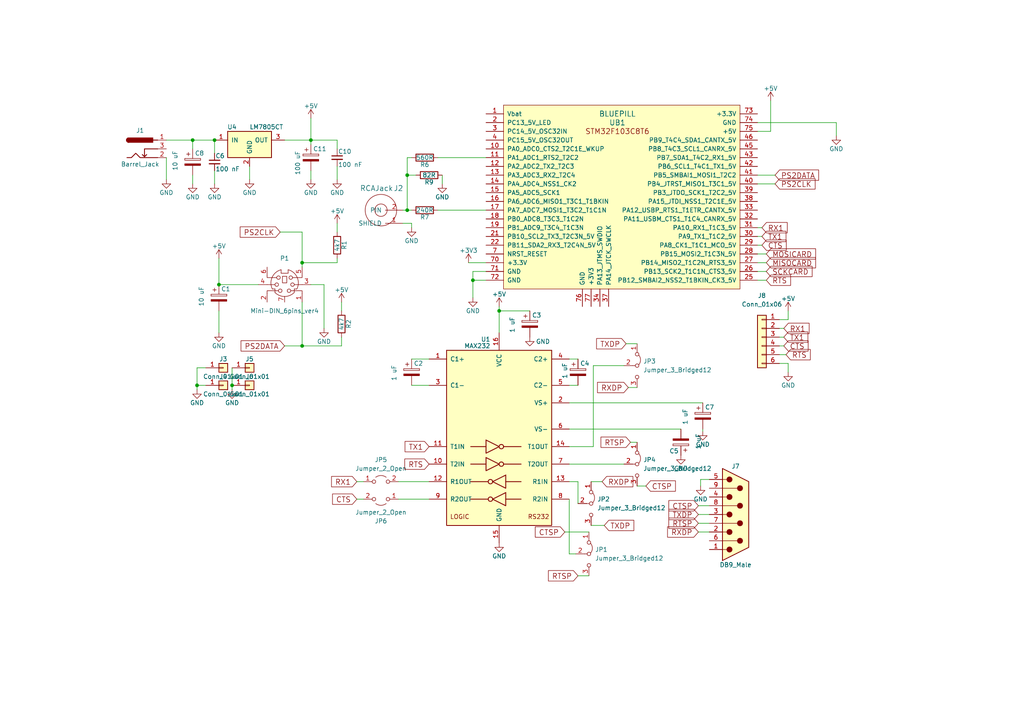
<source format=kicad_sch>
(kicad_sch (version 20211123) (generator eeschema)
  (paper "A4")
  (lib_symbols
    (symbol "AMS1117-3V3:LM7805CT" (pin_names (offset 1.016))
      (property "Reference" "U" (at -5.08 5.08 0))
      (property "Value" "LM7805CT" (at 0 5.08 0))
      (property "Footprint" "TO-220" (at 0 2.54 0))
      (property "Datasheet" "http://www.fairchildsemi.com/ds/LM/LM7805.pdf" (at 0 0 0))
      (symbol "LM7805CT_0_1"
        (rectangle (start -6.35 3.81) (end 6.35 -3.81) (stroke (width 0.254)) (fill (type background)))
      )
      (symbol "LM7805CT_1_1"
        (pin input line (at -10.16 1.27 0) (length 3.81) (name "IN") (number "1"))
        (pin power_in line (at 0 -6.35 90) (length 2.54) (name "GND") (number "2"))
        (pin power_out line (at 10.16 1.27 180) (length 3.81) (name "OUT") (number "3"))
      )
    )
    (symbol "Connector_Generic:Conn_01x06" (pin_names (offset 1.016) hide)
      (property "Reference" "J" (at 0 7.62 0))
      (property "Value" "Conn_01x06" (at 0 -10.16 0))
      (symbol "Conn_01x06_1_1"
        (rectangle (start -1.27 -7.493) (end 0 -7.747) (stroke (width 0.1524)))
        (rectangle (start -1.27 -4.953) (end 0 -5.207) (stroke (width 0.1524)))
        (rectangle (start -1.27 -2.413) (end 0 -2.667) (stroke (width 0.1524)))
        (rectangle (start -1.27 0.127) (end 0 -0.127) (stroke (width 0.1524)))
        (rectangle (start -1.27 2.667) (end 0 2.413) (stroke (width 0.1524)))
        (rectangle (start -1.27 5.207) (end 0 4.953) (stroke (width 0.1524)))
        (rectangle (start -1.27 6.35) (end 1.27 -8.89) (stroke (width 0.254)) (fill (type background)))
        (pin passive line (at -5.08 5.08 0) (length 3.81) (name "Pin_1") (number "1"))
        (pin passive line (at -5.08 2.54 0) (length 3.81) (name "Pin_2") (number "2"))
        (pin passive line (at -5.08 0 0) (length 3.81) (name "Pin_3") (number "3"))
        (pin passive line (at -5.08 -2.54 0) (length 3.81) (name "Pin_4") (number "4"))
        (pin passive line (at -5.08 -5.08 0) (length 3.81) (name "Pin_5") (number "5"))
        (pin passive line (at -5.08 -7.62 0) (length 3.81) (name "Pin_6") (number "6"))
      )
    )
    (symbol "Jumper:Jumper_2_Open" (pin_names (offset 0) hide)
      (property "Reference" "JP" (at 0 2.794 0))
      (property "Value" "Jumper_2_Open" (at 0 -2.286 0))
      (symbol "Jumper_2_Open_0_0"
        (circle (center -2.032 0) (radius 0.508))
        (circle (center 2.032 0) (radius 0.508))
      )
      (symbol "Jumper_2_Open_0_1"
        (arc (start 1.524 1.27) (mid 0 1.778) (end -1.524 1.27))
      )
      (symbol "Jumper_2_Open_1_1"
        (pin passive line (at -5.08 0 0) (length 2.54) (name "A") (number "1"))
        (pin passive line (at 5.08 0 180) (length 2.54) (name "B") (number "2"))
      )
    )
    (symbol "Jumper:Jumper_3_Bridged12" (pin_names (offset 0) hide)
      (property "Reference" "JP" (at -2.54 -2.54 0))
      (property "Value" "Jumper_3_Bridged12" (at 0 2.794 0))
      (symbol "Jumper_3_Bridged12_0_0"
        (circle (center -3.302 0) (radius 0.508))
        (circle (center 0 0) (radius 0.508))
        (circle (center 3.302 0) (radius 0.508))
      )
      (symbol "Jumper_3_Bridged12_0_1"
        (arc (start -0.254 0.508) (mid -1.651 0.9912) (end -3.048 0.508))
        (polyline (pts (xy 0 -1.27) (xy 0 -0.508)))
      )
      (symbol "Jumper_3_Bridged12_1_1"
        (pin passive line (at -6.35 0 0) (length 2.54) (name "A") (number "1"))
        (pin passive line (at 0 -3.81 90) (length 2.54) (name "C") (number "2"))
        (pin passive line (at 6.35 0 180) (length 2.54) (name "B") (number "3"))
      )
    )
    (symbol "OneChipTerminal-rescue:+3.3V" (power) (pin_names (offset 0))
      (property "Value" "+3.3V" (at 0 3.556 0))
      (symbol "+3.3V_0_1"
        (polyline (pts (xy -0.762 1.27) (xy 0 2.54)))
        (polyline (pts (xy 0 0) (xy 0 2.54)))
        (polyline (pts (xy 0 2.54) (xy 0.762 1.27)))
      )
      (symbol "+3.3V_1_1"
        (pin power_in line (at 0 0 90) (length 0) hide (name "+3V3") (number "1"))
      )
    )
    (symbol "OneChipTerminal-rescue:+5V" (power) (pin_names (offset 0))
      (property "Value" "+5V" (at 0 3.556 0))
      (symbol "+5V_0_1"
        (polyline (pts (xy -0.762 1.27) (xy 0 2.54)))
        (polyline (pts (xy 0 0) (xy 0 2.54)))
        (polyline (pts (xy 0 2.54) (xy 0.762 1.27)))
      )
      (symbol "+5V_1_1"
        (pin power_in line (at 0 0 90) (length 0) hide (name "+5V") (number "1"))
      )
    )
    (symbol "OneChipTerminal-rescue:Barrel_Jack" (pin_names (offset 1.016))
      (property "Reference" "J" (at 0 5.334 0))
      (property "Value" "Barrel_Jack" (at 0 -4.445 0))
      (symbol "Barrel_Jack_0_1"
        (arc (start -3.302 3.175) (mid -3.937 2.54) (end -3.302 1.905) (stroke (width 0.254)))
        (arc (start -3.302 3.175) (mid -3.937 2.54) (end -3.302 1.905) (stroke (width 0.254)) (fill (type outline)))
        (polyline (pts (xy 1.27 -2.286) (xy 1.905 -1.651)) (stroke (width 0.254)))
        (polyline (pts (xy 5.08 2.54) (xy 3.81 2.54)) (stroke (width 0.254)))
        (polyline (pts (xy 5.08 0) (xy 1.27 0) (xy 1.27 -2.286) (xy 0.635 -1.651)) (stroke (width 0.254)))
        (polyline (pts (xy -3.81 -2.54) (xy -2.54 -2.54) (xy -1.27 -1.27) (xy 0 -2.54) (xy 2.54 -2.54) (xy 5.08 -2.54)) (stroke (width 0.254)))
        (rectangle (start 3.683 3.175) (end -3.302 1.905) (stroke (width 0.254)) (fill (type outline)))
      )
      (symbol "Barrel_Jack_1_1"
        (pin passive line (at 7.62 2.54 180) (length 2.54) (name "~") (number "1"))
        (pin passive line (at 7.62 -2.54 180) (length 2.54) (name "~") (number "2"))
        (pin passive line (at 7.62 0 180) (length 2.54) (name "~") (number "3"))
      )
    )
    (symbol "OneChipTerminal-rescue:CP" (pin_numbers hide) (pin_names (offset 0.254))
      (property "Reference" "C" (at 0.635 2.54 0))
      (property "Value" "CP" (at 0.635 -2.54 0))
      (symbol "CP_0_1"
        (rectangle (start -2.286 0.508) (end -2.286 1.016))
        (rectangle (start -2.286 0.508) (end 2.286 0.508))
        (polyline (pts (xy -1.778 2.286) (xy -0.762 2.286)))
        (polyline (pts (xy -1.27 2.794) (xy -1.27 1.778)))
        (rectangle (start 2.286 -0.508) (end -2.286 -1.016) (fill (type outline)))
        (rectangle (start 2.286 1.016) (end -2.286 1.016))
        (rectangle (start 2.286 1.016) (end 2.286 0.508))
      )
      (symbol "CP_1_1"
        (pin passive line (at 0 3.81 270) (length 2.794) (name "~") (number "1"))
        (pin passive line (at 0 -3.81 90) (length 2.794) (name "~") (number "2"))
      )
    )
    (symbol "OneChipTerminal-rescue:C_Small" (pin_numbers hide) (pin_names (offset 0.254) hide)
      (property "Reference" "C" (at 0.254 1.778 0))
      (property "Value" "C_Small" (at 0.254 -2.032 0))
      (symbol "C_Small_0_1"
        (polyline (pts (xy -1.524 -0.508) (xy 1.524 -0.508)) (stroke (width 0.3302)))
        (polyline (pts (xy -1.524 0.508) (xy 1.524 0.508)) (stroke (width 0.3048)))
      )
      (symbol "C_Small_1_1"
        (pin passive line (at 0 2.54 270) (length 2.032) (name "~") (number "1"))
        (pin passive line (at 0 -2.54 90) (length 2.032) (name "~") (number "2"))
      )
    )
    (symbol "OneChipTerminal-rescue:Conn_01x01" (pin_names (offset 1.016) hide)
      (property "Reference" "J" (at 0 2.54 0))
      (property "Value" "Conn_01x01" (at 0 -2.54 0))
      (symbol "Conn_01x01_1_1"
        (rectangle (start -1.27 0.127) (end 0 -0.127) (stroke (width 0.1524)))
        (rectangle (start -1.27 1.27) (end 1.27 -1.27) (stroke (width 0.254)) (fill (type background)))
        (pin passive line (at -5.08 0 0) (length 3.81) (name "Pin_1") (number "1"))
      )
    )
    (symbol "OneChipTerminal-rescue:DB9_Male" (pin_names (offset 1.016) hide)
      (property "Reference" "J" (at 0 13.97 0))
      (property "Value" "DB9_Male" (at 0 -14.605 0))
      (symbol "DB9_Male_0_1"
        (circle (center -1.778 -10.16) (radius 0.762) (fill (type outline)))
        (circle (center -1.778 -5.08) (radius 0.762) (fill (type outline)))
        (circle (center -1.778 0) (radius 0.762) (fill (type outline)))
        (circle (center -1.778 5.08) (radius 0.762) (fill (type outline)))
        (circle (center -1.778 10.16) (radius 0.762) (fill (type outline)))
        (polyline (pts (xy -3.81 -10.16) (xy -2.54 -10.16)))
        (polyline (pts (xy -3.81 -7.62) (xy 0.508 -7.62)))
        (polyline (pts (xy -3.81 -5.08) (xy -2.54 -5.08)))
        (polyline (pts (xy -3.81 -2.54) (xy 0.508 -2.54)))
        (polyline (pts (xy -3.81 0) (xy -2.54 0)))
        (polyline (pts (xy -3.81 2.54) (xy 0.508 2.54)))
        (polyline (pts (xy -3.81 5.08) (xy -2.54 5.08)))
        (polyline (pts (xy -3.81 7.62) (xy 0.508 7.62)))
        (polyline (pts (xy -3.81 10.16) (xy -2.54 10.16)))
        (polyline (pts (xy -3.81 -13.335) (xy -3.81 13.335) (xy 3.81 9.525) (xy 3.81 -9.525) (xy -3.81 -13.335)) (stroke (width 0.254)) (fill (type background)))
        (circle (center 1.27 -7.62) (radius 0.762) (fill (type outline)))
        (circle (center 1.27 -2.54) (radius 0.762) (fill (type outline)))
        (circle (center 1.27 2.54) (radius 0.762) (fill (type outline)))
        (circle (center 1.27 7.62) (radius 0.762) (fill (type outline)))
      )
      (symbol "DB9_Male_1_1"
        (pin passive line (at -7.62 -10.16 0) (length 3.81) (name "1") (number "1"))
        (pin passive line (at -7.62 -5.08 0) (length 3.81) (name "2") (number "2"))
        (pin passive line (at -7.62 0 0) (length 3.81) (name "3") (number "3"))
        (pin passive line (at -7.62 5.08 0) (length 3.81) (name "4") (number "4"))
        (pin passive line (at -7.62 10.16 0) (length 3.81) (name "5") (number "5"))
        (pin passive line (at -7.62 -7.62 0) (length 3.81) (name "6") (number "6"))
        (pin passive line (at -7.62 -2.54 0) (length 3.81) (name "7") (number "7"))
        (pin passive line (at -7.62 2.54 0) (length 3.81) (name "8") (number "8"))
        (pin passive line (at -7.62 7.62 0) (length 3.81) (name "9") (number "9"))
      )
    )
    (symbol "OneChipTerminal-rescue:GND" (power) (pin_names (offset 0))
      (property "Value" "GND" (at 0 -3.81 0))
      (symbol "GND_0_1"
        (polyline (pts (xy 0 0) (xy 0 -1.27) (xy 1.27 -1.27) (xy 0 -2.54) (xy -1.27 -1.27) (xy 0 -1.27)))
      )
      (symbol "GND_1_1"
        (pin power_in line (at 0 0 270) (length 0) hide (name "GND") (number "1"))
      )
    )
    (symbol "OneChipTerminal-rescue:MAX232" (pin_names (offset 1.016))
      (property "Reference" "U" (at -2.54 28.575 0))
      (property "Value" "MAX232" (at -2.54 26.67 0))
      (symbol "MAX232_0_0"
        (text "LOGIC" (at -11.43 -22.86 0) (effects (font (size 1.27 1.27))))
        (text "RS232" (at 11.43 -22.86 0) (effects (font (size 1.27 1.27))))
      )
      (symbol "MAX232_0_1"
        (rectangle (start -15.24 -25.4) (end 15.24 25.4) (stroke (width 0.254)) (fill (type background)))
        (circle (center -2.54 -17.78) (radius 0.635) (stroke (width 0.254)))
        (circle (center -2.54 -12.7) (radius 0.635) (stroke (width 0.254)))
        (polyline (pts (xy -3.81 -7.62) (xy -8.255 -7.62)) (stroke (width 0.254)))
        (polyline (pts (xy -3.81 -2.54) (xy -8.255 -2.54)) (stroke (width 0.254)))
        (polyline (pts (xy -3.175 -17.78) (xy -8.255 -17.78)) (stroke (width 0.254)))
        (polyline (pts (xy -3.175 -12.7) (xy -8.255 -12.7)) (stroke (width 0.254)))
        (polyline (pts (xy 1.27 -7.62) (xy 6.35 -7.62)) (stroke (width 0.254)))
        (polyline (pts (xy 1.27 -2.54) (xy 6.35 -2.54)) (stroke (width 0.254)))
        (polyline (pts (xy 1.905 -17.78) (xy 6.35 -17.78)) (stroke (width 0.254)))
        (polyline (pts (xy 1.905 -12.7) (xy 6.35 -12.7)) (stroke (width 0.254)))
        (polyline (pts (xy -3.81 -5.715) (xy -3.81 -9.525) (xy 0 -7.62) (xy -3.81 -5.715)) (stroke (width 0.254)))
        (polyline (pts (xy -3.81 -0.635) (xy -3.81 -4.445) (xy 0 -2.54) (xy -3.81 -0.635)) (stroke (width 0.254)))
        (polyline (pts (xy 1.905 -15.875) (xy 1.905 -19.685) (xy -1.905 -17.78) (xy 1.905 -15.875)) (stroke (width 0.254)))
        (polyline (pts (xy 1.905 -10.795) (xy 1.905 -14.605) (xy -1.905 -12.7) (xy 1.905 -10.795)) (stroke (width 0.254)))
        (circle (center 0.635 -7.62) (radius 0.635) (stroke (width 0.254)))
        (circle (center 0.635 -2.54) (radius 0.635) (stroke (width 0.254)))
      )
      (symbol "MAX232_1_1"
        (pin passive line (at -20.32 22.86 0) (length 5.08) (name "C1+") (number "1"))
        (pin input line (at -20.32 -7.62 0) (length 5.08) (name "T2IN") (number "10"))
        (pin input line (at -20.32 -2.54 0) (length 5.08) (name "T1IN") (number "11"))
        (pin output line (at -20.32 -12.7 0) (length 5.08) (name "R1OUT") (number "12"))
        (pin input line (at 20.32 -12.7 180) (length 5.08) (name "R1IN") (number "13"))
        (pin output line (at 20.32 -2.54 180) (length 5.08) (name "T1OUT") (number "14"))
        (pin power_in line (at 0 -30.48 90) (length 5.08) (name "GND") (number "15"))
        (pin power_in line (at 0 30.48 270) (length 5.08) (name "VCC") (number "16"))
        (pin power_out line (at 20.32 10.16 180) (length 5.08) (name "VS+") (number "2"))
        (pin passive line (at -20.32 15.24 0) (length 5.08) (name "C1-") (number "3"))
        (pin passive line (at 20.32 22.86 180) (length 5.08) (name "C2+") (number "4"))
        (pin passive line (at 20.32 15.24 180) (length 5.08) (name "C2-") (number "5"))
        (pin power_out line (at 20.32 2.54 180) (length 5.08) (name "VS-") (number "6"))
        (pin output line (at 20.32 -7.62 180) (length 5.08) (name "T2OUT") (number "7"))
        (pin input line (at 20.32 -17.78 180) (length 5.08) (name "R2IN") (number "8"))
        (pin output line (at -20.32 -17.78 0) (length 5.08) (name "R2OUT") (number "9"))
      )
    )
    (symbol "OneChipTerminal-rescue:R" (pin_numbers hide) (pin_names (offset 0))
      (property "Reference" "R" (at 2.032 0 90))
      (property "Value" "R" (at 0 0 90))
      (symbol "R_0_1"
        (rectangle (start -1.016 -2.54) (end 1.016 2.54) (stroke (width 0.254)))
      )
      (symbol "R_1_1"
        (pin passive line (at 0 3.81 270) (length 1.27) (name "~") (number "1"))
        (pin passive line (at 0 -3.81 90) (length 1.27) (name "~") (number "2"))
      )
    )
    (symbol "bluepill:BLUEPILL" (pin_names (offset 1.016))
      (property "Reference" "UB" (at 3.81 15.24 0))
      (property "Value" "BLUEPILL" (at 3.81 17.78 0))
      (symbol "BLUEPILL_0_0"
        (text "STM32F103C8T6" (at 3.81 12.7 0) (effects (font (size 1.524 1.524))))
      )
      (symbol "BLUEPILL_0_1"
        (rectangle (start -29.21 20.32) (end 39.37 -33.02) (fill (type background)))
      )
      (symbol "BLUEPILL_1_1"
        (pin input line (at -34.29 17.78 0) (length 5.08) (name "Vbat") (number "1"))
        (pin input line (at -34.29 7.62 0) (length 5.08) (name "PA0_ADC0_CTS2_T2C1E_WKUP") (number "10"))
        (pin input line (at -34.29 5.08 0) (length 5.08) (name "PA1_ADC1_RTS2_T2C2") (number "11"))
        (pin input line (at -34.29 2.54 0) (length 5.08) (name "PA2_ADC2_TX2_T2C3") (number "12"))
        (pin input line (at -34.29 0 0) (length 5.08) (name "PA3_ADC3_RX2_T2C4") (number "13"))
        (pin input line (at -34.29 -2.54 0) (length 5.08) (name "PA4_ADC4_NSS1_CK2") (number "14"))
        (pin input line (at -34.29 -5.08 0) (length 5.08) (name "PA5_ADC5_SCK1") (number "15"))
        (pin input line (at -34.29 -7.62 0) (length 5.08) (name "PA6_ADC6_MISO1_T3C1_T1BKIN") (number "16"))
        (pin input line (at -34.29 -10.16 0) (length 5.08) (name "PA7_ADC7_MOSI1_T3C2_T1C1N") (number "17"))
        (pin input line (at -34.29 -12.7 0) (length 5.08) (name "PB0_ADC8_T3C3_T1C2N") (number "18"))
        (pin input line (at -34.29 -15.24 0) (length 5.08) (name "PB1_ADC9_T3C4_T1C3N") (number "19"))
        (pin input line (at -34.29 15.24 0) (length 5.08) (name "PC13_5V_LED") (number "2"))
        (pin input line (at -34.29 -17.78 0) (length 5.08) (name "PB10_SCL2_TX3_T2C3N_5V") (number "21"))
        (pin input line (at -34.29 -20.32 0) (length 5.08) (name "PB11_SDA2_RX3_T2C4N_5V") (number "22"))
        (pin input line (at 44.45 -30.48 180) (length 5.08) (name "PB12_SMBAI2_NSS2_T1BKIN_CK3_5V") (number "25"))
        (pin input line (at 44.45 -27.94 180) (length 5.08) (name "PB13_SCK2_T1C1N_CTS3_5V") (number "26"))
        (pin input line (at 44.45 -25.4 180) (length 5.08) (name "PB14_MISO2_T1C2N_RTS3_5V") (number "27"))
        (pin input line (at 44.45 -22.86 180) (length 5.08) (name "PB15_MOSI2_T1C3N_5V") (number "28"))
        (pin input line (at 44.45 -20.32 180) (length 5.08) (name "PA8_CK1_T1C1_MCO_5V") (number "29"))
        (pin input line (at -34.29 12.7 0) (length 5.08) (name "PC14_5V_OSC32IN") (number "3"))
        (pin input line (at 44.45 -17.78 180) (length 5.08) (name "PA9_TX1_T1C2_5V") (number "30"))
        (pin input line (at 44.45 -15.24 180) (length 5.08) (name "PA10_RX1_T1C3_5V") (number "31"))
        (pin input line (at 44.45 -12.7 180) (length 5.08) (name "PA11_USBM_CTS1_T1C4_CANRX_5V") (number "32"))
        (pin input line (at 44.45 -10.16 180) (length 5.08) (name "PA12_USBP_RTS1_T1ETR_CANTX_5V") (number "33"))
        (pin input line (at -1.27 -38.1 90) (length 5.08) (name "PA13_JTMS_SWDIO") (number "34"))
        (pin input line (at 1.27 -38.1 90) (length 5.08) (name "PA14_JTCK_SWCLK") (number "37"))
        (pin input line (at 44.45 -7.62 180) (length 5.08) (name "PA15_JTDI_NSS1_T2C1E_5V") (number "38"))
        (pin input line (at 44.45 -5.08 180) (length 5.08) (name "PB3_JTDO_SCK1_T2C2_5V") (number "39"))
        (pin input line (at -34.29 10.16 0) (length 5.08) (name "PC15_5V_OSC32OUT") (number "4"))
        (pin input line (at 44.45 -2.54 180) (length 5.08) (name "PB4_JTRST_MISO1_T3C1_5V") (number "40"))
        (pin input line (at 44.45 0 180) (length 5.08) (name "PB5_SMBAI1_MOSI1_T2C2") (number "41"))
        (pin input line (at 44.45 2.54 180) (length 5.08) (name "PB6_SCL1_T4C1_TX1_5V") (number "42"))
        (pin input line (at 44.45 5.08 180) (length 5.08) (name "PB7_SDA1_T4C2_RX1_5V") (number "43"))
        (pin input line (at 44.45 7.62 180) (length 5.08) (name "PB8_T4C3_SCL1_CANRX_5V") (number "45"))
        (pin input line (at 44.45 10.16 180) (length 5.08) (name "PB9_T4C4_SDA1_CANTX_5V") (number "46"))
        (pin input line (at -34.29 -22.86 0) (length 5.08) (name "NRST_RESET") (number "7"))
        (pin input line (at -34.29 -25.4 0) (length 5.08) (name "+3.3V") (number "70"))
        (pin input line (at -34.29 -27.94 0) (length 5.08) (name "GND") (number "71"))
        (pin input line (at -34.29 -30.48 0) (length 5.08) (name "GND") (number "72"))
        (pin input line (at 44.45 17.78 180) (length 5.08) (name "+3.3V") (number "73"))
        (pin input line (at 44.45 15.24 180) (length 5.08) (name "GND") (number "74"))
        (pin input line (at 44.45 12.7 180) (length 5.08) (name "+5V") (number "75"))
        (pin input line (at -6.35 -38.1 90) (length 5.08) (name "GND") (number "76"))
        (pin input line (at -3.81 -38.1 90) (length 5.08) (name "+3V3") (number "77"))
      )
    )
    (symbol "mini-din_6pins_ver4:Mini-DIN_6pins_ver4" (pin_names (offset 1.016) hide)
      (property "Reference" "P" (at 0 7.62 0))
      (property "Value" "Mini-DIN_6pins_ver4" (at 0 -7.62 0))
      (symbol "Mini-DIN_6pins_ver4_0_1"
        (arc (start -2.794 -2.286) (mid 0 -3.4433) (end 2.794 -2.286))
        (circle (center -2.286 0) (radius 0.508))
        (circle (center -1.778 2.032) (radius 0.508))
        (circle (center -1.27 -1.778) (radius 0.508))
        (arc (start -1.016 4.318) (mid -3.6119 2.131) (end -3.556 -1.27))
        (rectangle (start -0.635 2.413) (end 0.635 0.508))
        (polyline (pts (xy -5.08 0) (xy -2.794 0)))
        (polyline (pts (xy -2.794 -1.27) (xy -3.556 -1.27)))
        (polyline (pts (xy -2.794 -1.27) (xy -2.794 -2.286)))
        (polyline (pts (xy -1.016 3.302) (xy -1.016 4.318)))
        (polyline (pts (xy -1.016 3.302) (xy 1.016 3.302)))
        (polyline (pts (xy 1.016 3.302) (xy 1.016 4.318)))
        (polyline (pts (xy 2.794 -1.27) (xy 2.794 -2.286)))
        (polyline (pts (xy 2.794 -1.27) (xy 3.556 -1.27)))
        (polyline (pts (xy 2.794 0) (xy 5.08 0)))
        (polyline (pts (xy -2.286 2.032) (xy -5.08 2.032) (xy -5.08 2.54)))
        (polyline (pts (xy -1.778 -1.778) (xy -5.08 -1.778) (xy -5.08 -2.54)))
        (polyline (pts (xy 1.778 -1.778) (xy 5.08 -1.778) (xy 5.08 -2.54)))
        (polyline (pts (xy 2.286 2.032) (xy 5.08 2.032) (xy 5.08 2.54)))
        (circle (center 1.27 -1.778) (radius 0.508))
        (circle (center 1.778 2.032) (radius 0.508))
        (circle (center 2.286 0) (radius 0.508))
        (arc (start 3.556 -1.27) (mid 3.6268 2.1377) (end 1.016 4.318))
      )
      (symbol "Mini-DIN_6pins_ver4_1_1"
        (pin passive line (at 5.08 -5.08 90) (length 2.54) (name "1") (number "1"))
        (pin passive line (at -5.08 -5.08 90) (length 2.54) (name "2") (number "2"))
        (pin passive line (at 7.62 0 180) (length 2.54) (name "3") (number "3"))
        (pin passive line (at -7.62 0 0) (length 2.54) (name "4") (number "4"))
        (pin passive line (at 5.08 5.08 270) (length 2.54) (name "5") (number "5"))
        (pin passive line (at -5.08 5.08 270) (length 2.54) (name "~") (number "6"))
        (pin passive line (at 0 -5.08 90) (length 1.6764) (name "Shell") (number "7"))
      )
    )
    (symbol "rcajack:RCAJack" (pin_names (offset 1.016))
      (property "Reference" "J" (at 6.35 1.27 0))
      (property "Value" "RCAJack" (at 0 1.27 0))
      (symbol "RCAJack_0_1"
        (circle (center 1.27 -5.08) (radius 1.8034))
        (circle (center 1.27 -5.08) (radius 4.572))
      )
      (symbol "RCAJack_1_1"
        (pin input line (at 7.62 -8.89 180) (length 5.08) (name "SHIELD") (number "1"))
        (pin input line (at 7.62 -5.08 180) (length 5.08) (name "PIN") (number "2"))
      )
    )
  )
  (junction (at 144.78 90.17))
  (junction (at 90.17 40.64))
  (junction (at 63.5 82.55))
  (junction (at 67.31 111.76))
  (junction (at 62.23 40.64))
  (junction (at 55.88 40.64))
  (junction (at 118.11 60.96))
  (junction (at 57.15 111.76))
  (junction (at 87.63 76.2))
  (junction (at 118.11 50.8))
  (junction (at 87.63 100.33))
  (junction (at 137.16 81.28))
  (wire (pts (xy 203.835 125.095) (xy 203.835 124.46)))
  (wire (pts (xy 99.06 100.33) (xy 99.06 97.79)))
  (wire (pts (xy 171.45 152.4) (xy 175.26 152.4)))
  (wire (pts (xy 137.16 78.74) (xy 140.97 78.74)))
  (wire (pts (xy 97.79 52.07) (xy 97.79 48.26)))
  (wire (pts (xy 165.1 129.54) (xy 172.085 129.54)))
  (wire (pts (xy 144.78 90.17) (xy 144.78 96.52)))
  (wire (pts (xy 167.64 139.7) (xy 165.1 139.7)))
  (wire (pts (xy 227.33 95.25) (xy 226.06 95.25)))
  (wire (pts (xy 57.15 111.76) (xy 57.15 113.03)))
  (wire (pts (xy 182.88 128.27) (xy 184.785 128.27)))
  (wire (pts (xy 87.63 76.2) (xy 87.63 77.47)))
  (wire (pts (xy 48.26 52.07) (xy 48.26 45.72)))
  (wire (pts (xy 220.98 71.12) (xy 219.71 71.12)))
  (wire (pts (xy 144.78 88.9) (xy 144.78 90.17)))
  (wire (pts (xy 202.565 154.305) (xy 205.74 154.305)))
  (wire (pts (xy 228.6 90.17) (xy 228.6 92.71)))
  (wire (pts (xy 167.64 146.05) (xy 167.64 139.7)))
  (wire (pts (xy 202.565 149.225) (xy 205.74 149.225)))
  (wire (pts (xy 127 60.96) (xy 140.97 60.96)))
  (wire (pts (xy 72.39 52.07) (xy 72.39 48.26)))
  (wire (pts (xy 90.17 40.64) (xy 90.17 41.91)))
  (wire (pts (xy 203.2 139.065) (xy 205.74 139.065)))
  (wire (pts (xy 93.98 82.55) (xy 90.17 82.55)))
  (wire (pts (xy 97.79 76.2) (xy 87.63 76.2)))
  (wire (pts (xy 55.88 40.64) (xy 62.23 40.64)))
  (wire (pts (xy 184.785 140.97) (xy 187.325 140.97)))
  (wire (pts (xy 82.55 40.64) (xy 90.17 40.64)))
  (wire (pts (xy 67.31 111.76) (xy 67.31 113.03)))
  (wire (pts (xy 226.06 102.87) (xy 227.965 102.87)))
  (wire (pts (xy 87.63 67.31) (xy 87.63 76.2)))
  (wire (pts (xy 97.79 64.77) (xy 97.79 67.31)))
  (wire (pts (xy 172.085 106.045) (xy 180.975 106.045)))
  (wire (pts (xy 55.88 53.34) (xy 55.88 50.8)))
  (wire (pts (xy 165.1 134.62) (xy 180.975 134.62)))
  (wire (pts (xy 224.79 50.8) (xy 219.71 50.8)))
  (wire (pts (xy 62.23 40.64) (xy 62.23 44.45)))
  (wire (pts (xy 115.57 144.78) (xy 124.46 144.78)))
  (wire (pts (xy 48.26 40.64) (xy 55.88 40.64)))
  (wire (pts (xy 144.78 90.17) (xy 153.67 90.17)))
  (wire (pts (xy 165.1 160.655) (xy 167.005 160.655)))
  (wire (pts (xy 118.11 60.96) (xy 119.38 60.96)))
  (wire (pts (xy 118.11 45.72) (xy 119.38 45.72)))
  (wire (pts (xy 103.505 139.7) (xy 105.41 139.7)))
  (wire (pts (xy 93.98 95.25) (xy 93.98 82.55)))
  (wire (pts (xy 82.55 100.33) (xy 87.63 100.33)))
  (wire (pts (xy 226.06 100.33) (xy 227.33 100.33)))
  (wire (pts (xy 181.61 99.695) (xy 184.785 99.695)))
  (wire (pts (xy 118.11 50.8) (xy 118.11 60.96)))
  (wire (pts (xy 63.5 90.17) (xy 63.5 96.52)))
  (wire (pts (xy 127 45.72) (xy 140.97 45.72)))
  (wire (pts (xy 120.65 50.8) (xy 118.11 50.8)))
  (wire (pts (xy 223.52 29.21) (xy 223.52 38.1)))
  (wire (pts (xy 222.25 76.2) (xy 219.71 76.2)))
  (wire (pts (xy 242.57 39.37) (xy 242.57 35.56)))
  (wire (pts (xy 140.97 81.28) (xy 137.16 81.28)))
  (wire (pts (xy 227.33 97.79) (xy 226.06 97.79)))
  (wire (pts (xy 224.79 53.34) (xy 219.71 53.34)))
  (wire (pts (xy 90.17 40.64) (xy 97.79 40.64)))
  (wire (pts (xy 128.27 53.34) (xy 128.27 50.8)))
  (wire (pts (xy 228.6 92.71) (xy 226.06 92.71)))
  (wire (pts (xy 119.38 66.04) (xy 119.38 64.77)))
  (wire (pts (xy 242.57 35.56) (xy 219.71 35.56)))
  (wire (pts (xy 62.23 53.34) (xy 62.23 49.53)))
  (wire (pts (xy 165.1 116.84) (xy 203.835 116.84)))
  (wire (pts (xy 116.84 60.96) (xy 118.11 60.96)))
  (wire (pts (xy 137.16 81.28) (xy 137.16 86.36)))
  (wire (pts (xy 57.15 106.68) (xy 59.69 106.68)))
  (wire (pts (xy 87.63 87.63) (xy 87.63 100.33)))
  (wire (pts (xy 118.11 45.72) (xy 118.11 50.8)))
  (wire (pts (xy 228.6 105.41) (xy 228.6 107.95)))
  (wire (pts (xy 97.79 74.93) (xy 97.79 76.2)))
  (wire (pts (xy 90.17 52.07) (xy 90.17 49.53)))
  (wire (pts (xy 222.25 81.28) (xy 219.71 81.28)))
  (wire (pts (xy 63.5 82.55) (xy 74.93 82.55)))
  (wire (pts (xy 222.25 73.66) (xy 219.71 73.66)))
  (wire (pts (xy 202.565 151.765) (xy 205.74 151.765)))
  (wire (pts (xy 137.16 78.74) (xy 137.16 81.28)))
  (wire (pts (xy 63.5 82.55) (xy 63.5 74.93)))
  (wire (pts (xy 165.1 144.78) (xy 165.1 160.655)))
  (wire (pts (xy 55.88 43.18) (xy 55.88 40.64)))
  (wire (pts (xy 226.06 105.41) (xy 228.6 105.41)))
  (wire (pts (xy 124.46 111.76) (xy 119.38 111.76)))
  (wire (pts (xy 140.97 76.2) (xy 135.89 76.2)))
  (wire (pts (xy 115.57 139.7) (xy 124.46 139.7)))
  (wire (pts (xy 171.45 139.7) (xy 174.625 139.7)))
  (wire (pts (xy 124.46 104.14) (xy 119.38 104.14)))
  (wire (pts (xy 222.25 78.74) (xy 219.71 78.74)))
  (wire (pts (xy 182.245 112.395) (xy 184.785 112.395)))
  (wire (pts (xy 202.565 146.685) (xy 205.74 146.685)))
  (wire (pts (xy 172.085 129.54) (xy 172.085 106.045)))
  (wire (pts (xy 167.64 167.005) (xy 170.815 167.005)))
  (wire (pts (xy 163.83 154.305) (xy 170.815 154.305)))
  (wire (pts (xy 103.505 144.78) (xy 105.41 144.78)))
  (wire (pts (xy 87.63 100.33) (xy 99.06 100.33)))
  (wire (pts (xy 99.06 87.63) (xy 99.06 90.17)))
  (wire (pts (xy 97.79 40.64) (xy 97.79 43.18)))
  (wire (pts (xy 57.15 106.68) (xy 57.15 111.76)))
  (wire (pts (xy 59.69 111.76) (xy 57.15 111.76)))
  (wire (pts (xy 165.1 124.46) (xy 197.485 124.46)))
  (wire (pts (xy 220.98 68.58) (xy 219.71 68.58)))
  (wire (pts (xy 167.64 111.76) (xy 165.1 111.76)))
  (wire (pts (xy 167.64 104.14) (xy 165.1 104.14)))
  (wire (pts (xy 81.28 67.31) (xy 87.63 67.31)))
  (wire (pts (xy 220.98 66.04) (xy 219.71 66.04)))
  (wire (pts (xy 119.38 64.77) (xy 116.84 64.77)))
  (wire (pts (xy 223.52 38.1) (xy 219.71 38.1)))
  (wire (pts (xy 67.31 106.68) (xy 67.31 111.76)))
  (wire (pts (xy 203.2 139.065) (xy 203.2 140.97)))
  (wire (pts (xy 90.17 34.29) (xy 90.17 40.64)))
  (global_label "TXDP" (shape input) (at 175.26 152.4 0) (effects (font (size 1.524 1.524))) (property "Intersheet References" "${INTERSHEET_REFS}" (effects hide)))
  (global_label "MISOCARD" (shape input) (at 222.25 76.2 0) (effects (font (size 1.524 1.524))) (property "Intersheet References" "${INTERSHEET_REFS}" (effects hide)))
  (global_label "RTSP" (shape input) (at 202.565 151.765 180) (effects (font (size 1.524 1.524))) (property "Intersheet References" "${INTERSHEET_REFS}" (effects hide)))
  (global_label "CTS" (shape input) (at 227.33 100.33 0) (effects (font (size 1.524 1.524))) (property "Intersheet References" "${INTERSHEET_REFS}" (effects hide)))
  (global_label "RTS" (shape input) (at 227.965 102.87 0) (effects (font (size 1.524 1.524))) (property "Intersheet References" "${INTERSHEET_REFS}" (effects hide)))
  (global_label "TXDP" (shape input) (at 181.61 99.695 180) (effects (font (size 1.524 1.524))) (property "Intersheet References" "${INTERSHEET_REFS}" (effects hide)))
  (global_label "RTS" (shape input) (at 124.46 134.62 180) (effects (font (size 1.524 1.524))) (property "Intersheet References" "${INTERSHEET_REFS}" (effects hide)))
  (global_label "TX1" (shape input) (at 227.33 97.79 0) (effects (font (size 1.524 1.524))) (property "Intersheet References" "${INTERSHEET_REFS}" (effects hide)))
  (global_label "RTSP" (shape input) (at 167.64 167.005 180) (effects (font (size 1.524 1.524))) (property "Intersheet References" "${INTERSHEET_REFS}" (effects hide)))
  (global_label "RTSP" (shape input) (at 182.88 128.27 180) (effects (font (size 1.524 1.524))) (property "Intersheet References" "${INTERSHEET_REFS}" (effects hide)))
  (global_label "TX1" (shape input) (at 124.46 129.54 180) (effects (font (size 1.524 1.524))) (property "Intersheet References" "${INTERSHEET_REFS}" (effects hide)))
  (global_label "RXDP" (shape input) (at 174.625 139.7 0) (effects (font (size 1.524 1.524))) (property "Intersheet References" "${INTERSHEET_REFS}" (effects hide)))
  (global_label "PS2DATA" (shape input) (at 224.79 50.8 0) (effects (font (size 1.524 1.524))) (property "Intersheet References" "${INTERSHEET_REFS}" (effects hide)))
  (global_label "RXDP" (shape input) (at 182.245 112.395 180) (effects (font (size 1.524 1.524))) (property "Intersheet References" "${INTERSHEET_REFS}" (effects hide)))
  (global_label "CTS" (shape input) (at 103.505 144.78 180) (effects (font (size 1.524 1.524))) (property "Intersheet References" "${INTERSHEET_REFS}" (effects hide)))
  (global_label "PS2DATA" (shape input) (at 82.55 100.33 180) (effects (font (size 1.524 1.524))) (property "Intersheet References" "${INTERSHEET_REFS}" (effects hide)))
  (global_label "MOSICARD" (shape input) (at 222.25 73.66 0) (effects (font (size 1.524 1.524))) (property "Intersheet References" "${INTERSHEET_REFS}" (effects hide)))
  (global_label "CTS" (shape input) (at 220.98 71.12 0) (effects (font (size 1.524 1.524))) (property "Intersheet References" "${INTERSHEET_REFS}" (effects hide)))
  (global_label "RX1" (shape input) (at 227.33 95.25 0) (effects (font (size 1.524 1.524))) (property "Intersheet References" "${INTERSHEET_REFS}" (effects hide)))
  (global_label "PS2CLK" (shape input) (at 224.79 53.34 0) (effects (font (size 1.524 1.524))) (property "Intersheet References" "${INTERSHEET_REFS}" (effects hide)))
  (global_label "RX1" (shape input) (at 220.98 66.04 0) (effects (font (size 1.524 1.524))) (property "Intersheet References" "${INTERSHEET_REFS}" (effects hide)))
  (global_label "RXDP" (shape input) (at 202.565 154.305 180) (effects (font (size 1.524 1.524))) (property "Intersheet References" "${INTERSHEET_REFS}" (effects hide)))
  (global_label "TXDP" (shape input) (at 202.565 149.225 180) (effects (font (size 1.524 1.524))) (property "Intersheet References" "${INTERSHEET_REFS}" (effects hide)))
  (global_label "CTSP" (shape input) (at 163.83 154.305 180) (effects (font (size 1.524 1.524))) (property "Intersheet References" "${INTERSHEET_REFS}" (effects hide)))
  (global_label "CTSP" (shape input) (at 187.325 140.97 0) (effects (font (size 1.524 1.524))) (property "Intersheet References" "${INTERSHEET_REFS}" (effects hide)))
  (global_label "RX1" (shape input) (at 103.505 139.7 180) (effects (font (size 1.524 1.524))) (property "Intersheet References" "${INTERSHEET_REFS}" (effects hide)))
  (global_label "TX1" (shape input) (at 220.98 68.58 0) (effects (font (size 1.524 1.524))) (property "Intersheet References" "${INTERSHEET_REFS}" (effects hide)))
  (global_label "CTSP" (shape input) (at 202.565 146.685 180) (effects (font (size 1.524 1.524))) (property "Intersheet References" "${INTERSHEET_REFS}" (effects hide)))
  (global_label "SCKCARD" (shape input) (at 222.25 78.74 0) (effects (font (size 1.524 1.524))) (property "Intersheet References" "${INTERSHEET_REFS}" (effects hide)))
  (global_label "RTS" (shape input) (at 222.25 81.28 0) (effects (font (size 1.524 1.524))) (property "Intersheet References" "${INTERSHEET_REFS}" (effects hide)))
  (global_label "PS2CLK" (shape input) (at 81.28 67.31 180) (effects (font (size 1.524 1.524))) (property "Intersheet References" "${INTERSHEET_REFS}" (effects hide)))
  (symbol (lib_id "bluepill:BLUEPILL") (at 175.26 50.8 0) (unit 1)
    (property "Reference" "UB1" (at 179.07 35.56 0) (effects (font (size 1.524 1.524))))
    (property "Value" "BLUEPILL" (at 179.07 33.02 0) (effects (font (size 1.524 1.524))))
    (property "Footprint" "OneChipTerminal:BLUEPILL" (effects hide))
  )
  (symbol (lib_id "mini-din_6pins_ver4:Mini-DIN_6pins_ver4") (at 82.55 82.55 0) (unit 1)
    (property "Reference" "P1" (at 82.55 74.93 0))
    (property "Value" "Mini-DIN_6pins_ver4" (at 82.55 90.17 0))
    (property "Footprint" "OneChipTerminal:Connector_Mini-DIN_Female_6Pin_2rows" (effects hide))
  )
  (symbol (lib_id "OneChipTerminal-rescue:GND") (at 63.5 96.52 0) (unit 1)
    (property "Reference" "#PWR01" (effects hide))
    (property "Value" "GND" (at 63.5 100.33 0))
  )
  (symbol (lib_id "OneChipTerminal-rescue:+5V") (at 63.5 74.93 0) (unit 1)
    (property "Reference" "#PWR02" (effects hide))
    (property "Value" "+5V" (at 63.5 71.374 0))
  )
  (symbol (lib_id "OneChipTerminal-rescue:GND") (at 93.98 95.25 0) (unit 1)
    (property "Reference" "#PWR03" (effects hide))
    (property "Value" "GND" (at 93.98 99.06 0))
  )
  (symbol (lib_id "OneChipTerminal-rescue:R") (at 99.06 93.98 0) (unit 1)
    (property "Reference" "R2" (at 101.092 93.98 90))
    (property "Value" "4k7" (at 99.06 93.98 90))
    (property "Footprint" "Resistor_THT:R_Axial_DIN0207_L6.3mm_D2.5mm_P7.62mm_Horizontal" (effects hide))
  )
  (symbol (lib_id "OneChipTerminal-rescue:+5V") (at 99.06 87.63 0) (unit 1)
    (property "Reference" "#PWR04" (effects hide))
    (property "Value" "+5V" (at 99.06 84.074 0))
  )
  (symbol (lib_id "rcajack:RCAJack") (at 109.22 55.88 0) (unit 1)
    (property "Reference" "J2" (at 115.57 54.61 0) (effects (font (size 1.524 1.524))))
    (property "Value" "RCAJack" (at 109.22 54.61 0) (effects (font (size 1.524 1.524))))
    (property "Footprint" "OneChipTerminal:RCAConnectorCommon" (effects hide))
  )
  (symbol (lib_id "OneChipTerminal-rescue:R") (at 123.19 60.96 270) (unit 1)
    (property "Reference" "R7" (at 123.19 62.992 90))
    (property "Value" "240R" (at 123.19 60.96 90))
    (property "Footprint" "Resistor_THT:R_Axial_DIN0207_L6.3mm_D2.5mm_P7.62mm_Horizontal" (effects hide))
  )
  (symbol (lib_id "OneChipTerminal-rescue:+5V") (at 97.79 64.77 0) (unit 1)
    (property "Reference" "#PWR05" (effects hide))
    (property "Value" "+5V" (at 97.79 61.214 0))
  )
  (symbol (lib_id "OneChipTerminal-rescue:R") (at 97.79 71.12 0) (unit 1)
    (property "Reference" "R1" (at 99.822 71.12 90))
    (property "Value" "4k7" (at 97.79 71.12 90))
    (property "Footprint" "Resistor_THT:R_Axial_DIN0207_L6.3mm_D2.5mm_P7.62mm_Horizontal" (effects hide))
  )
  (symbol (lib_id "OneChipTerminal-rescue:R") (at 123.19 45.72 270) (unit 1)
    (property "Reference" "R6" (at 123.19 47.752 90))
    (property "Value" "560R" (at 123.19 45.72 90))
    (property "Footprint" "Resistor_THT:R_Axial_DIN0207_L6.3mm_D2.5mm_P7.62mm_Horizontal" (effects hide))
  )
  (symbol (lib_id "OneChipTerminal-rescue:GND") (at 119.38 66.04 0) (unit 1)
    (property "Reference" "#PWR06" (effects hide))
    (property "Value" "GND" (at 119.38 69.85 0))
  )
  (symbol (lib_id "OneChipTerminal-rescue:GND") (at 137.16 86.36 0) (unit 1)
    (property "Reference" "#PWR07" (effects hide))
    (property "Value" "GND" (at 137.16 90.17 0))
  )
  (symbol (lib_id "OneChipTerminal-rescue:GND") (at 242.57 39.37 0) (unit 1)
    (property "Reference" "#PWR08" (effects hide))
    (property "Value" "GND" (at 242.57 43.18 0))
  )
  (symbol (lib_id "OneChipTerminal-rescue:+5V") (at 223.52 29.21 0) (unit 1)
    (property "Reference" "#PWR09" (effects hide))
    (property "Value" "+5V" (at 223.52 25.654 0))
  )
  (symbol (lib_id "OneChipTerminal-rescue:+3.3V") (at 135.89 76.2 0) (unit 1)
    (property "Reference" "#PWR010" (effects hide))
    (property "Value" "+3.3V" (at 135.89 72.644 0))
  )
  (symbol (lib_id "OneChipTerminal-rescue:CP") (at 63.5 86.36 0) (unit 1)
    (property "Reference" "C1" (at 64.135 83.82 0) (effects (justify left)))
    (property "Value" "10 uF" (at 58.42 88.9 90) (effects (justify left)))
    (property "Footprint" "Capacitor_THT:CP_Radial_D5.0mm_P2.50mm" (effects hide))
  )
  (symbol (lib_id "AMS1117-3V3:LM7805CT") (at 72.39 41.91 0) (unit 1)
    (property "Reference" "U4" (at 67.31 36.83 0))
    (property "Value" "LM7805CT" (at 72.39 36.83 0) (effects (justify left)))
    (property "Footprint" "Package_TO_SOT_THT:TO-220-3_Horizontal_TabDown" (effects hide))
  )
  (symbol (lib_id "OneChipTerminal-rescue:CP") (at 90.17 45.72 0) (unit 1)
    (property "Reference" "C11" (at 90.805 43.18 0) (effects (justify left)))
    (property "Value" "100 uF" (at 86.36 50.8 90) (effects (justify left)))
    (property "Footprint" "Capacitor_THT:CP_Radial_D10.0mm_P5.00mm" (effects hide))
  )
  (symbol (lib_id "OneChipTerminal-rescue:CP") (at 55.88 46.99 0) (unit 1)
    (property "Reference" "C8" (at 56.515 44.45 0) (effects (justify left)))
    (property "Value" "10 uF" (at 50.8 49.53 90) (effects (justify left)))
    (property "Footprint" "Capacitor_THT:CP_Radial_D5.0mm_P2.50mm" (effects hide))
  )
  (symbol (lib_id "OneChipTerminal-rescue:GND") (at 55.88 53.34 0) (unit 1)
    (property "Reference" "#PWR011" (effects hide))
    (property "Value" "GND" (at 55.88 57.15 0))
  )
  (symbol (lib_id "OneChipTerminal-rescue:GND") (at 72.39 52.07 0) (unit 1)
    (property "Reference" "#PWR012" (effects hide))
    (property "Value" "GND" (at 72.39 55.88 0))
  )
  (symbol (lib_id "OneChipTerminal-rescue:GND") (at 90.17 52.07 0) (unit 1)
    (property "Reference" "#PWR013" (effects hide))
    (property "Value" "GND" (at 90.17 55.88 0))
  )
  (symbol (lib_id "OneChipTerminal-rescue:+5V") (at 90.17 34.29 0) (unit 1)
    (property "Reference" "#PWR014" (effects hide))
    (property "Value" "+5V" (at 90.17 30.734 0))
  )
  (symbol (lib_id "OneChipTerminal-rescue:Barrel_Jack") (at 40.64 43.18 0) (unit 1)
    (property "Reference" "J1" (at 40.64 37.846 0))
    (property "Value" "Barrel_Jack" (at 40.64 47.625 0))
    (property "Footprint" "Connectors:BARREL_JACK" (effects hide))
  )
  (symbol (lib_id "OneChipTerminal-rescue:GND") (at 48.26 52.07 0) (unit 1)
    (property "Reference" "#PWR015" (effects hide))
    (property "Value" "GND" (at 48.26 55.88 0))
  )
  (symbol (lib_id "OneChipTerminal-rescue:Conn_01x01") (at 64.77 111.76 0) (unit 1)
    (property "Reference" "J4" (at 64.77 109.22 0))
    (property "Value" "Conn_01x01" (at 64.77 114.3 0))
    (property "Footprint" "Connectors:1pin" (effects hide))
  )
  (symbol (lib_id "OneChipTerminal-rescue:Conn_01x01") (at 64.77 106.68 0) (unit 1)
    (property "Reference" "J3" (at 64.77 104.14 0))
    (property "Value" "Conn_01x01" (at 64.77 109.22 0))
    (property "Footprint" "Connectors:1pin" (effects hide))
  )
  (symbol (lib_id "OneChipTerminal-rescue:Conn_01x01") (at 72.39 106.68 0) (unit 1)
    (property "Reference" "J5" (at 72.39 104.14 0))
    (property "Value" "Conn_01x01" (at 72.39 109.22 0))
    (property "Footprint" "Connectors:1pin" (effects hide))
  )
  (symbol (lib_id "OneChipTerminal-rescue:Conn_01x01") (at 72.39 111.76 0) (unit 1)
    (property "Reference" "J6" (at 72.39 109.22 0))
    (property "Value" "Conn_01x01" (at 72.39 114.3 0))
    (property "Footprint" "Connectors:1pin" (effects hide))
  )
  (symbol (lib_id "OneChipTerminal-rescue:GND") (at 57.15 113.03 0) (unit 1)
    (property "Reference" "#PWR016" (effects hide))
    (property "Value" "GND" (at 57.15 116.84 0))
  )
  (symbol (lib_id "OneChipTerminal-rescue:GND") (at 67.31 113.03 0) (unit 1)
    (property "Reference" "#PWR017" (effects hide))
    (property "Value" "GND" (at 67.31 116.84 0))
  )
  (symbol (lib_id "OneChipTerminal-rescue:C_Small") (at 62.23 46.99 0) (unit 1)
    (property "Reference" "C6" (at 62.484 45.212 0) (effects (justify left)))
    (property "Value" "100 nF" (at 62.484 49.022 0) (effects (justify left)))
    (property "Footprint" "Capacitor_THT:C_Disc_D5.0mm_W2.5mm_P2.50mm" (effects hide))
  )
  (symbol (lib_id "OneChipTerminal-rescue:GND") (at 62.23 53.34 0) (unit 1)
    (property "Reference" "#PWR018" (effects hide))
    (property "Value" "GND" (at 62.23 57.15 0))
  )
  (symbol (lib_id "OneChipTerminal-rescue:R") (at 124.46 50.8 270) (unit 1)
    (property "Reference" "R9" (at 124.46 52.832 90))
    (property "Value" "82R" (at 124.46 50.8 90))
    (property "Footprint" "Resistor_THT:R_Axial_DIN0207_L6.3mm_D2.5mm_P7.62mm_Horizontal" (effects hide))
  )
  (symbol (lib_id "OneChipTerminal-rescue:GND") (at 128.27 53.34 0) (unit 1)
    (property "Reference" "#PWR019" (effects hide))
    (property "Value" "GND" (at 128.27 57.15 0))
  )
  (symbol (lib_id "OneChipTerminal-rescue:C_Small") (at 97.79 45.72 0) (unit 1)
    (property "Reference" "C10" (at 98.044 43.942 0) (effects (justify left)))
    (property "Value" "100 nF" (at 98.044 47.752 0) (effects (justify left)))
    (property "Footprint" "Capacitor_THT:C_Disc_D5.0mm_W2.5mm_P2.50mm" (effects hide))
  )
  (symbol (lib_id "OneChipTerminal-rescue:GND") (at 97.79 52.07 0) (unit 1)
    (property "Reference" "#PWR020" (effects hide))
    (property "Value" "GND" (at 97.79 55.88 0))
  )
  (symbol (lib_id "OneChipTerminal-rescue:GND") (at 228.6 107.95 0) (unit 1)
    (property "Reference" "#PWR021" (effects hide))
    (property "Value" "GND" (at 228.6 111.76 0))
  )
  (symbol (lib_id "OneChipTerminal-rescue:+5V") (at 228.6 90.17 0) (unit 1)
    (property "Reference" "#PWR022" (effects hide))
    (property "Value" "+5V" (at 228.6 86.614 0))
  )
  (symbol (lib_id "OneChipTerminal-rescue:MAX232") (at 144.78 127 0) (unit 1)
    (property "Reference" "U1" (at 142.24 98.425 0) (effects (justify right)))
    (property "Value" "MAX232" (at 142.24 100.33 0) (effects (justify right)))
    (property "Footprint" "Package_DIP:DIP-16_W7.62mm_Socket" (effects hide))
  )
  (symbol (lib_id "OneChipTerminal-rescue:GND") (at 144.78 157.48 0) (unit 1)
    (property "Reference" "#PWR0102" (effects hide))
    (property "Value" "GND" (at 144.78 161.29 0))
  )
  (symbol (lib_id "OneChipTerminal-rescue:CP") (at 197.485 128.27 180) (unit 1)
    (property "Reference" "C5" (at 196.85 130.81 0) (effects (justify left)))
    (property "Value" "1 uF" (at 202.565 125.73 90) (effects (justify left)))
    (property "Footprint" "Capacitor_THT:CP_Radial_D5.0mm_P2.50mm" (effects hide))
  )
  (symbol (lib_id "OneChipTerminal-rescue:GND") (at 197.485 132.08 0) (unit 1)
    (property "Reference" "#PWR0105" (effects hide))
    (property "Value" "GND" (at 197.485 135.89 0))
  )
  (symbol (lib_id "OneChipTerminal-rescue:CP") (at 119.38 107.95 0) (unit 1)
    (property "Reference" "C2" (at 120.015 105.41 0) (effects (justify left)))
    (property "Value" "1 uF" (at 114.3 110.49 90) (effects (justify left)))
    (property "Footprint" "Capacitor_THT:CP_Radial_D5.0mm_P2.50mm" (effects hide))
  )
  (symbol (lib_id "OneChipTerminal-rescue:CP") (at 167.64 107.95 0) (unit 1)
    (property "Reference" "C4" (at 168.275 105.41 0) (effects (justify left)))
    (property "Value" "1 uF" (at 163.83 109.855 90) (effects (justify left)))
    (property "Footprint" "Capacitor_THT:CP_Radial_D5.0mm_P2.50mm" (effects hide))
  )
  (symbol (lib_id "OneChipTerminal-rescue:CP") (at 153.67 93.98 0) (unit 1)
    (property "Reference" "C3" (at 154.305 91.44 0) (effects (justify left)))
    (property "Value" "1 uF" (at 148.59 96.52 90) (effects (justify left)))
    (property "Footprint" "Capacitor_THT:CP_Radial_D5.0mm_P2.50mm" (effects hide))
  )
  (symbol (lib_id "OneChipTerminal-rescue:CP") (at 203.835 120.65 0) (unit 1)
    (property "Reference" "C7" (at 204.47 118.11 0) (effects (justify left)))
    (property "Value" "1 uF" (at 198.755 123.19 90) (effects (justify left)))
    (property "Footprint" "Capacitor_THT:CP_Radial_D5.0mm_P2.50mm" (effects hide))
  )
  (symbol (lib_id "OneChipTerminal-rescue:GND") (at 203.835 125.095 0) (unit 1)
    (property "Reference" "#PWR0104" (effects hide))
    (property "Value" "GND" (at 203.835 128.905 0))
  )
  (symbol (lib_id "OneChipTerminal-rescue:GND") (at 153.67 97.79 0) (unit 1)
    (property "Reference" "#PWR0101" (effects hide))
    (property "Value" "GND" (at 157.48 99.06 0))
  )
  (symbol (lib_id "OneChipTerminal-rescue:+5V") (at 144.78 88.9 0) (unit 1)
    (property "Reference" "#PWR0103" (effects hide))
    (property "Value" "+5V" (at 144.78 85.344 0))
  )
  (symbol (lib_id "OneChipTerminal-rescue:DB9_Male") (at 213.36 149.225 0) (unit 1)
    (property "Reference" "J7" (at 213.36 135.255 0))
    (property "Value" "DB9_Male" (at 213.36 163.83 0))
    (property "Footprint" "Connector_Dsub:DSUB-9_Male_Horizontal_P2.77x2.84mm_EdgePinOffset4.94mm_Housed_MountingHolesOffset7.48mm" (effects hide))
  )
  (symbol (lib_id "Connector_Generic:Conn_01x06") (at 220.98 97.79 0) (mirror y) (unit 1)
    (property "Reference" "J8" (at 220.98 85.725 0))
    (property "Value" "Conn_01x06" (at 220.98 88.265 0))
    (property "Footprint" "Connector_PinHeader_2.54mm:PinHeader_1x06_P2.54mm_Vertical" (effects hide))
  )
  (symbol (lib_id "Jumper:Jumper_3_Bridged12") (at 184.785 134.62 270) (unit 1)
    (property "Reference" "JP4" (at 186.563 133.3499 90) (effects (justify left)))
    (property "Value" "Jumper_3_Bridged12" (at 186.563 135.8899 90) (effects (justify left)))
    (property "Footprint" "Connector_PinHeader_2.54mm:PinHeader_1x03_P2.54mm_Vertical" (effects hide))
  )
  (symbol (lib_id "OneChipTerminal-rescue:GND") (at 203.2 140.97 0) (unit 1)
    (property "Reference" "#PWR0106" (effects hide))
    (property "Value" "GND" (at 203.2 144.78 0))
  )
  (symbol (lib_id "Jumper:Jumper_2_Open") (at 110.49 139.7 0) (unit 1)
    (property "Reference" "JP5" (at 110.49 133.35 0))
    (property "Value" "Jumper_2_Open" (at 110.49 135.89 0))
    (property "Footprint" "Connector_PinHeader_2.54mm:PinHeader_1x02_P2.54mm_Vertical" (effects hide))
  )
  (symbol (lib_id "Jumper:Jumper_3_Bridged12") (at 170.815 160.655 270) (unit 1)
    (property "Reference" "JP1" (at 172.593 159.3849 90) (effects (justify left)))
    (property "Value" "Jumper_3_Bridged12" (at 172.593 161.9249 90) (effects (justify left)))
    (property "Footprint" "Connector_PinHeader_2.54mm:PinHeader_1x03_P2.54mm_Vertical" (effects hide))
  )
  (symbol (lib_id "Jumper:Jumper_3_Bridged12") (at 184.785 106.045 270) (unit 1)
    (property "Reference" "JP3" (at 186.563 104.7749 90) (effects (justify left)))
    (property "Value" "Jumper_3_Bridged12" (at 186.563 107.3149 90) (effects (justify left)))
    (property "Footprint" "Connector_PinHeader_2.54mm:PinHeader_1x03_P2.54mm_Vertical" (effects hide))
  )
  (symbol (lib_id "Jumper:Jumper_3_Bridged12") (at 171.45 146.05 270) (unit 1)
    (property "Reference" "JP2" (at 173.228 144.7799 90) (effects (justify left)))
    (property "Value" "Jumper_3_Bridged12" (at 173.228 147.3199 90) (effects (justify left)))
    (property "Footprint" "Connector_PinHeader_2.54mm:PinHeader_1x03_P2.54mm_Vertical" (effects hide))
  )
  (symbol (lib_id "Jumper:Jumper_2_Open") (at 110.49 144.78 180) (unit 1)
    (property "Reference" "JP6" (at 110.49 151.13 0))
    (property "Value" "Jumper_2_Open" (at 110.49 148.59 0))
    (property "Footprint" "Connector_PinHeader_2.54mm:PinHeader_1x02_P2.54mm_Vertical" (effects hide))
  )
)
</source>
